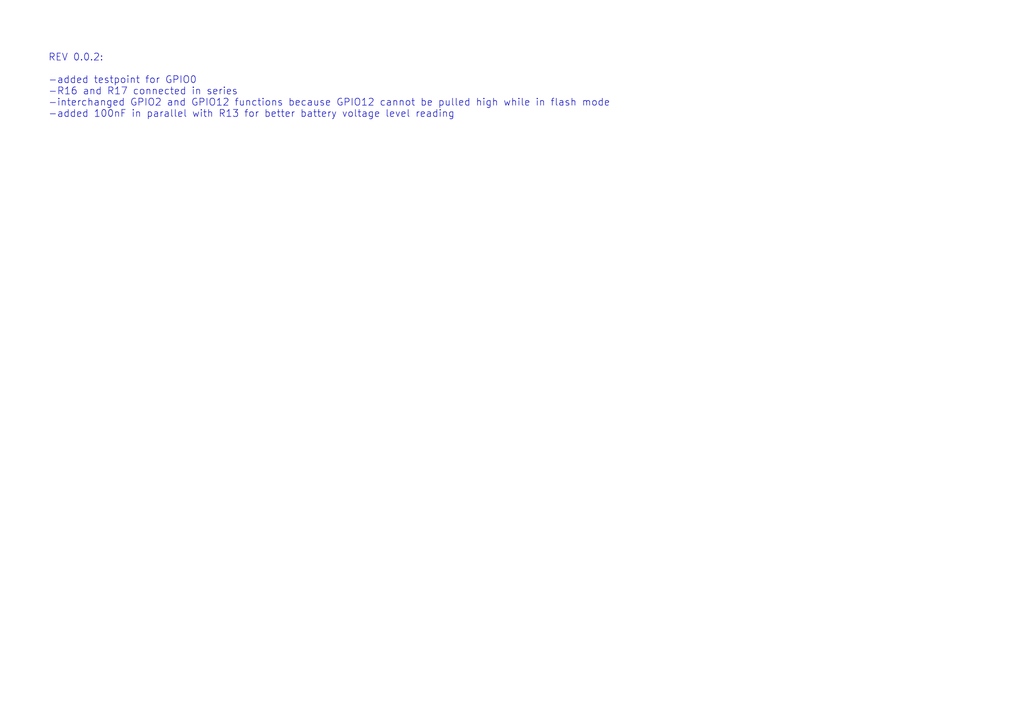
<source format=kicad_sch>
(kicad_sch (version 20211123) (generator eeschema)
  (paper "A4")
  (title_block (title "Carbon D4") (date "2021-12-08") (rev "0.0.2") (company "GroundStudio.ro") (comment 1 "Schematic: Victor"))
  (lib_symbols)
  (text "REV 0.0.2:\n\n-added testpoint for GPIO0\n-R16 and R17 connected in series\n-interchanged GPIO2 and GPIO12 functions because GPIO12 cannot be pulled high while in flash mode\n-added 100nF in parallel with R13 for better battery voltage level reading\n" (at 13.97 34.29 0) (effects (font (size 2.032 2.032)) (justify left bottom)))
)
</source>
